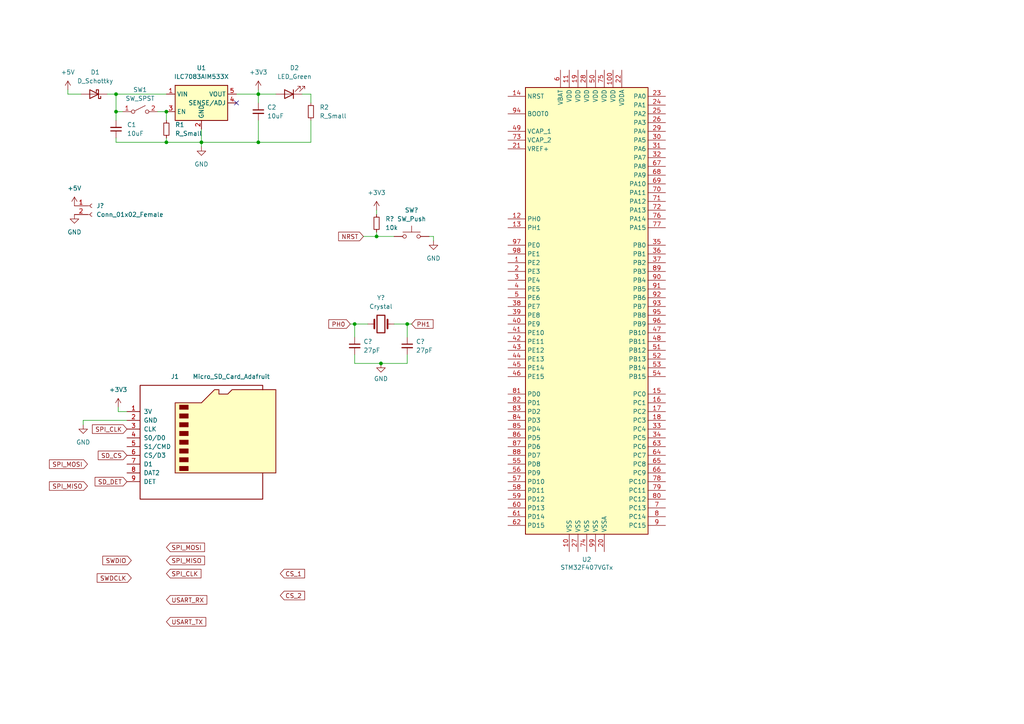
<source format=kicad_sch>
(kicad_sch (version 20211123) (generator eeschema)
  (paper "A4")
  (title_block (title "STM32 External Memory") (date "2021-08-31") (rev "1"))
  (lib_symbols
    (symbol "Connector:Conn_01x02_Female" (pin_names (offset 1.016) hide)
      (property "Reference" "J" (at 0 2.54 0))
      (property "Value" "Conn_01x02_Female" (at 0 -5.08 0))
      (symbol "Conn_01x02_Female_1_1"
        (arc (start 0 -2.032) (mid -0.508 -2.54) (end 0 -3.048) (stroke (width 0.1524)))
        (polyline (pts (xy -1.27 -2.54) (xy -0.508 -2.54)) (stroke (width 0.1524)))
        (polyline (pts (xy -1.27 0) (xy -0.508 0)) (stroke (width 0.1524)))
        (arc (start 0 0.508) (mid -0.508 0) (end 0 -0.508) (stroke (width 0.1524)))
        (pin passive line (at -5.08 0 0) (length 3.81) (name "Pin_1") (number "1"))
        (pin passive line (at -5.08 -2.54 0) (length 3.81) (name "Pin_2") (number "2"))
      )
    )
    (symbol "Device:C_Small" (pin_numbers hide) (pin_names (offset 0.254) hide)
      (property "Reference" "C" (at 0.254 1.778 0))
      (property "Value" "C_Small" (at 0.254 -2.032 0))
      (symbol "C_Small_0_1"
        (polyline (pts (xy -1.524 -0.508) (xy 1.524 -0.508)) (stroke (width 0.3302)))
        (polyline (pts (xy -1.524 0.508) (xy 1.524 0.508)) (stroke (width 0.3048)))
      )
      (symbol "C_Small_1_1"
        (pin passive line (at 0 2.54 270) (length 2.032) (name "~") (number "1"))
        (pin passive line (at 0 -2.54 90) (length 2.032) (name "~") (number "2"))
      )
    )
    (symbol "Device:Crystal" (pin_numbers hide) (pin_names (offset 1.016) hide)
      (property "Reference" "Y" (at 0 3.81 0))
      (property "Value" "Crystal" (at 0 -3.81 0))
      (symbol "Crystal_0_1"
        (rectangle (start -1.143 2.54) (end 1.143 -2.54) (stroke (width 0.3048)))
        (polyline (pts (xy -2.54 0) (xy -1.905 0)))
        (polyline (pts (xy -1.905 -1.27) (xy -1.905 1.27)) (stroke (width 0.508)))
        (polyline (pts (xy 1.905 -1.27) (xy 1.905 1.27)) (stroke (width 0.508)))
        (polyline (pts (xy 2.54 0) (xy 1.905 0)))
      )
      (symbol "Crystal_1_1"
        (pin passive line (at -3.81 0 0) (length 1.27) (name "1") (number "1"))
        (pin passive line (at 3.81 0 180) (length 1.27) (name "2") (number "2"))
      )
    )
    (symbol "Device:D_Schottky" (pin_numbers hide) (pin_names (offset 1.016) hide)
      (property "Reference" "D" (at 0 2.54 0))
      (property "Value" "D_Schottky" (at 0 -2.54 0))
      (symbol "D_Schottky_0_1"
        (polyline (pts (xy 1.27 0) (xy -1.27 0)))
        (polyline (pts (xy 1.27 1.27) (xy 1.27 -1.27) (xy -1.27 0) (xy 1.27 1.27)) (stroke (width 0.254)))
        (polyline (pts (xy -1.905 0.635) (xy -1.905 1.27) (xy -1.27 1.27) (xy -1.27 -1.27) (xy -0.635 -1.27) (xy -0.635 -0.635)) (stroke (width 0.254)))
      )
      (symbol "D_Schottky_1_1"
        (pin passive line (at -3.81 0 0) (length 2.54) (name "K") (number "1"))
        (pin passive line (at 3.81 0 180) (length 2.54) (name "A") (number "2"))
      )
    )
    (symbol "Device:LED" (pin_numbers hide) (pin_names (offset 1.016) hide)
      (property "Reference" "D" (at 0 2.54 0))
      (property "Value" "LED" (at 0 -2.54 0))
      (symbol "LED_0_1"
        (polyline (pts (xy -1.27 -1.27) (xy -1.27 1.27)) (stroke (width 0.254)))
        (polyline (pts (xy -1.27 0) (xy 1.27 0)))
        (polyline (pts (xy 1.27 -1.27) (xy 1.27 1.27) (xy -1.27 0) (xy 1.27 -1.27)) (stroke (width 0.254)))
        (polyline (pts (xy -3.048 -0.762) (xy -4.572 -2.286) (xy -3.81 -2.286) (xy -4.572 -2.286) (xy -4.572 -1.524)))
        (polyline (pts (xy -1.778 -0.762) (xy -3.302 -2.286) (xy -2.54 -2.286) (xy -3.302 -2.286) (xy -3.302 -1.524)))
      )
      (symbol "LED_1_1"
        (pin passive line (at -3.81 0 0) (length 2.54) (name "K") (number "1"))
        (pin passive line (at 3.81 0 180) (length 2.54) (name "A") (number "2"))
      )
    )
    (symbol "Device:R_Small" (pin_numbers hide) (pin_names (offset 0.254) hide)
      (property "Reference" "R" (at 0.762 0.508 0))
      (property "Value" "R_Small" (at 0.762 -1.016 0))
      (symbol "R_Small_0_1"
        (rectangle (start -0.762 1.778) (end 0.762 -1.778) (stroke (width 0.2032)))
      )
      (symbol "R_Small_1_1"
        (pin passive line (at 0 2.54 270) (length 0.762) (name "~") (number "1"))
        (pin passive line (at 0 -2.54 90) (length 0.762) (name "~") (number "2"))
      )
    )
    (symbol "MCU_ST_STM32F4:STM32F407VGTx"
      (property "Reference" "U" (at -17.78 64.77 0))
      (property "Value" "STM32F407VGTx" (at 12.7 64.77 0))
      (symbol "STM32F407VGTx_0_1"
        (rectangle (start -17.78 -66.04) (end 17.78 63.5) (stroke (width 0.254)) (fill (type background)))
      )
      (symbol "STM32F407VGTx_1_1"
        (pin bidirectional line (at -22.86 12.7 0) (length 5.08) (name "PE2") (number "1"))
        (pin power_in line (at -5.08 -71.12 90) (length 5.08) (name "VSS") (number "10"))
        (pin power_in line (at 7.62 68.58 270) (length 5.08) (name "VDD") (number "100"))
        (pin power_in line (at -5.08 68.58 270) (length 5.08) (name "VDD") (number "11"))
        (pin input line (at -22.86 25.4 0) (length 5.08) (name "PH0") (number "12"))
        (pin input line (at -22.86 22.86 0) (length 5.08) (name "PH1") (number "13"))
        (pin input line (at -22.86 60.96 0) (length 5.08) (name "NRST") (number "14"))
        (pin bidirectional line (at 22.86 -25.4 180) (length 5.08) (name "PC0") (number "15"))
        (pin bidirectional line (at 22.86 -27.94 180) (length 5.08) (name "PC1") (number "16"))
        (pin bidirectional line (at 22.86 -30.48 180) (length 5.08) (name "PC2") (number "17"))
        (pin bidirectional line (at 22.86 -33.02 180) (length 5.08) (name "PC3") (number "18"))
        (pin power_in line (at -2.54 68.58 270) (length 5.08) (name "VDD") (number "19"))
        (pin bidirectional line (at -22.86 10.16 0) (length 5.08) (name "PE3") (number "2"))
        (pin power_in line (at 5.08 -71.12 90) (length 5.08) (name "VSSA") (number "20"))
        (pin power_in line (at -22.86 45.72 0) (length 5.08) (name "VREF+") (number "21"))
        (pin power_in line (at 10.16 68.58 270) (length 5.08) (name "VDDA") (number "22"))
        (pin bidirectional line (at 22.86 60.96 180) (length 5.08) (name "PA0") (number "23"))
        (pin bidirectional line (at 22.86 58.42 180) (length 5.08) (name "PA1") (number "24"))
        (pin bidirectional line (at 22.86 55.88 180) (length 5.08) (name "PA2") (number "25"))
        (pin bidirectional line (at 22.86 53.34 180) (length 5.08) (name "PA3") (number "26"))
        (pin power_in line (at -2.54 -71.12 90) (length 5.08) (name "VSS") (number "27"))
        (pin power_in line (at 0 68.58 270) (length 5.08) (name "VDD") (number "28"))
        (pin bidirectional line (at 22.86 50.8 180) (length 5.08) (name "PA4") (number "29"))
        (pin bidirectional line (at -22.86 7.62 0) (length 5.08) (name "PE4") (number "3"))
        (pin bidirectional line (at 22.86 48.26 180) (length 5.08) (name "PA5") (number "30"))
        (pin bidirectional line (at 22.86 45.72 180) (length 5.08) (name "PA6") (number "31"))
        (pin bidirectional line (at 22.86 43.18 180) (length 5.08) (name "PA7") (number "32"))
        (pin bidirectional line (at 22.86 -35.56 180) (length 5.08) (name "PC4") (number "33"))
        (pin bidirectional line (at 22.86 -38.1 180) (length 5.08) (name "PC5") (number "34"))
        (pin bidirectional line (at 22.86 17.78 180) (length 5.08) (name "PB0") (number "35"))
        (pin bidirectional line (at 22.86 15.24 180) (length 5.08) (name "PB1") (number "36"))
        (pin bidirectional line (at 22.86 12.7 180) (length 5.08) (name "PB2") (number "37"))
        (pin bidirectional line (at -22.86 0 0) (length 5.08) (name "PE7") (number "38"))
        (pin bidirectional line (at -22.86 -2.54 0) (length 5.08) (name "PE8") (number "39"))
        (pin bidirectional line (at -22.86 5.08 0) (length 5.08) (name "PE5") (number "4"))
        (pin bidirectional line (at -22.86 -5.08 0) (length 5.08) (name "PE9") (number "40"))
        (pin bidirectional line (at -22.86 -7.62 0) (length 5.08) (name "PE10") (number "41"))
        (pin bidirectional line (at -22.86 -10.16 0) (length 5.08) (name "PE11") (number "42"))
        (pin bidirectional line (at -22.86 -12.7 0) (length 5.08) (name "PE12") (number "43"))
        (pin bidirectional line (at -22.86 -15.24 0) (length 5.08) (name "PE13") (number "44"))
        (pin bidirectional line (at -22.86 -17.78 0) (length 5.08) (name "PE14") (number "45"))
        (pin bidirectional line (at -22.86 -20.32 0) (length 5.08) (name "PE15") (number "46"))
        (pin bidirectional line (at 22.86 -7.62 180) (length 5.08) (name "PB10") (number "47"))
        (pin bidirectional line (at 22.86 -10.16 180) (length 5.08) (name "PB11") (number "48"))
        (pin power_in line (at -22.86 50.8 0) (length 5.08) (name "VCAP_1") (number "49"))
        (pin bidirectional line (at -22.86 2.54 0) (length 5.08) (name "PE6") (number "5"))
        (pin power_in line (at 2.54 68.58 270) (length 5.08) (name "VDD") (number "50"))
        (pin bidirectional line (at 22.86 -12.7 180) (length 5.08) (name "PB12") (number "51"))
        (pin bidirectional line (at 22.86 -15.24 180) (length 5.08) (name "PB13") (number "52"))
        (pin bidirectional line (at 22.86 -17.78 180) (length 5.08) (name "PB14") (number "53"))
        (pin bidirectional line (at 22.86 -20.32 180) (length 5.08) (name "PB15") (number "54"))
        (pin bidirectional line (at -22.86 -45.72 0) (length 5.08) (name "PD8") (number "55"))
        (pin bidirectional line (at -22.86 -48.26 0) (length 5.08) (name "PD9") (number "56"))
        (pin bidirectional line (at -22.86 -50.8 0) (length 5.08) (name "PD10") (number "57"))
        (pin bidirectional line (at -22.86 -53.34 0) (length 5.08) (name "PD11") (number "58"))
        (pin bidirectional line (at -22.86 -55.88 0) (length 5.08) (name "PD12") (number "59"))
        (pin power_in line (at -7.62 68.58 270) (length 5.08) (name "VBAT") (number "6"))
        (pin bidirectional line (at -22.86 -58.42 0) (length 5.08) (name "PD13") (number "60"))
        (pin bidirectional line (at -22.86 -60.96 0) (length 5.08) (name "PD14") (number "61"))
        (pin bidirectional line (at -22.86 -63.5 0) (length 5.08) (name "PD15") (number "62"))
        (pin bidirectional line (at 22.86 -40.64 180) (length 5.08) (name "PC6") (number "63"))
        (pin bidirectional line (at 22.86 -43.18 180) (length 5.08) (name "PC7") (number "64"))
        (pin bidirectional line (at 22.86 -45.72 180) (length 5.08) (name "PC8") (number "65"))
        (pin bidirectional line (at 22.86 -48.26 180) (length 5.08) (name "PC9") (number "66"))
        (pin bidirectional line (at 22.86 40.64 180) (length 5.08) (name "PA8") (number "67"))
        (pin bidirectional line (at 22.86 38.1 180) (length 5.08) (name "PA9") (number "68"))
        (pin bidirectional line (at 22.86 35.56 180) (length 5.08) (name "PA10") (number "69"))
        (pin bidirectional line (at 22.86 -58.42 180) (length 5.08) (name "PC13") (number "7"))
        (pin bidirectional line (at 22.86 33.02 180) (length 5.08) (name "PA11") (number "70"))
        (pin bidirectional line (at 22.86 30.48 180) (length 5.08) (name "PA12") (number "71"))
        (pin bidirectional line (at 22.86 27.94 180) (length 5.08) (name "PA13") (number "72"))
        (pin power_in line (at -22.86 48.26 0) (length 5.08) (name "VCAP_2") (number "73"))
        (pin power_in line (at 0 -71.12 90) (length 5.08) (name "VSS") (number "74"))
        (pin power_in line (at 5.08 68.58 270) (length 5.08) (name "VDD") (number "75"))
        (pin bidirectional line (at 22.86 25.4 180) (length 5.08) (name "PA14") (number "76"))
        (pin bidirectional line (at 22.86 22.86 180) (length 5.08) (name "PA15") (number "77"))
        (pin bidirectional line (at 22.86 -50.8 180) (length 5.08) (name "PC10") (number "78"))
        (pin bidirectional line (at 22.86 -53.34 180) (length 5.08) (name "PC11") (number "79"))
        (pin bidirectional line (at 22.86 -60.96 180) (length 5.08) (name "PC14") (number "8"))
        (pin bidirectional line (at 22.86 -55.88 180) (length 5.08) (name "PC12") (number "80"))
        (pin bidirectional line (at -22.86 -25.4 0) (length 5.08) (name "PD0") (number "81"))
        (pin bidirectional line (at -22.86 -27.94 0) (length 5.08) (name "PD1") (number "82"))
        (pin bidirectional line (at -22.86 -30.48 0) (length 5.08) (name "PD2") (number "83"))
        (pin bidirectional line (at -22.86 -33.02 0) (length 5.08) (name "PD3") (number "84"))
        (pin bidirectional line (at -22.86 -35.56 0) (length 5.08) (name "PD4") (number "85"))
        (pin bidirectional line (at -22.86 -38.1 0) (length 5.08) (name "PD5") (number "86"))
        (pin bidirectional line (at -22.86 -40.64 0) (length 5.08) (name "PD6") (number "87"))
        (pin bidirectional line (at -22.86 -43.18 0) (length 5.08) (name "PD7") (number "88"))
        (pin bidirectional line (at 22.86 10.16 180) (length 5.08) (name "PB3") (number "89"))
        (pin bidirectional line (at 22.86 -63.5 180) (length 5.08) (name "PC15") (number "9"))
        (pin bidirectional line (at 22.86 7.62 180) (length 5.08) (name "PB4") (number "90"))
        (pin bidirectional line (at 22.86 5.08 180) (length 5.08) (name "PB5") (number "91"))
        (pin bidirectional line (at 22.86 2.54 180) (length 5.08) (name "PB6") (number "92"))
        (pin bidirectional line (at 22.86 0 180) (length 5.08) (name "PB7") (number "93"))
        (pin input line (at -22.86 55.88 0) (length 5.08) (name "BOOT0") (number "94"))
        (pin bidirectional line (at 22.86 -2.54 180) (length 5.08) (name "PB8") (number "95"))
        (pin bidirectional line (at 22.86 -5.08 180) (length 5.08) (name "PB9") (number "96"))
        (pin bidirectional line (at -22.86 17.78 0) (length 5.08) (name "PE0") (number "97"))
        (pin bidirectional line (at -22.86 15.24 0) (length 5.08) (name "PE1") (number "98"))
        (pin power_in line (at 2.54 -71.12 90) (length 5.08) (name "VSS") (number "99"))
      )
    )
    (symbol "Regulator_Linear:ADP7142AUJZ-2.5"
      (property "Reference" "U" (at 0 8.89 0))
      (property "Value" "ADP7142AUJZ-2.5" (at 0 6.35 0))
      (symbol "ADP7142AUJZ-2.5_0_1"
        (rectangle (start -7.62 5.08) (end 7.62 -5.08) (stroke (width 0.254)) (fill (type background)))
      )
      (symbol "ADP7142AUJZ-2.5_1_1"
        (pin power_in line (at -10.16 2.54 0) (length 2.54) (name "VIN") (number "1"))
        (pin power_in line (at 0 -7.62 90) (length 2.54) (name "GND") (number "2"))
        (pin input line (at -10.16 -2.54 0) (length 2.54) (name "EN") (number "3"))
        (pin input line (at 10.16 0 180) (length 2.54) (name "SENSE/ADJ") (number "4"))
        (pin power_out line (at 10.16 2.54 180) (length 2.54) (name "VOUT") (number "5"))
      )
    )
    (symbol "Switch:SW_Push" (pin_numbers hide) (pin_names (offset 1.016) hide)
      (property "Reference" "SW" (at 1.27 2.54 0))
      (property "Value" "SW_Push" (at 0 -1.524 0))
      (symbol "SW_Push_0_1"
        (circle (center -2.032 0) (radius 0.508))
        (polyline (pts (xy 0 1.27) (xy 0 3.048)))
        (polyline (pts (xy 2.54 1.27) (xy -2.54 1.27)))
        (circle (center 2.032 0) (radius 0.508))
        (pin passive line (at -5.08 0 0) (length 2.54) (name "1") (number "1"))
        (pin passive line (at 5.08 0 180) (length 2.54) (name "2") (number "2"))
      )
    )
    (symbol "Switch:SW_SPST" (pin_names (offset 0) hide)
      (property "Reference" "SW" (at 0 3.175 0))
      (property "Value" "SW_SPST" (at 0 -2.54 0))
      (symbol "SW_SPST_0_0"
        (circle (center -2.032 0) (radius 0.508))
        (polyline (pts (xy -1.524 0.254) (xy 1.524 1.778)))
        (circle (center 2.032 0) (radius 0.508))
      )
      (symbol "SW_SPST_1_1"
        (pin passive line (at -5.08 0 0) (length 2.54) (name "A") (number "1"))
        (pin passive line (at 5.08 0 180) (length 2.54) (name "B") (number "2"))
      )
    )
    (symbol "micro_sd_card_adafruit:Micro_SD_Card_Adafruit" (pin_names (offset 1.016))
      (property "Reference" "J" (at -16.51 17.78 0))
      (property "Value" "Micro_SD_Card_Adafruit" (at 16.51 17.78 0))
      (symbol "Micro_SD_Card_Adafruit_0_1"
        (rectangle (start -7.62 -6.985) (end -5.08 -8.255) (fill (type outline)))
        (rectangle (start -7.62 -4.445) (end -5.08 -5.715) (fill (type outline)))
        (rectangle (start -7.62 -1.905) (end -5.08 -3.175) (fill (type outline)))
        (rectangle (start -7.62 0.635) (end -5.08 -0.635) (fill (type outline)))
        (rectangle (start -7.62 3.175) (end -5.08 1.905) (fill (type outline)))
        (rectangle (start -7.62 5.715) (end -5.08 4.445) (fill (type outline)))
        (rectangle (start -7.62 8.255) (end -5.08 6.985) (fill (type outline)))
        (rectangle (start -7.62 10.795) (end -5.08 9.525) (fill (type outline)))
        (polyline (pts (xy 16.51 15.24) (xy 16.51 16.51) (xy -19.05 16.51) (xy -19.05 -16.51) (xy 16.51 -16.51) (xy 16.51 -8.89)) (stroke (width 0.254)))
        (polyline (pts (xy -8.89 -8.89) (xy -8.89 11.43) (xy -1.27 11.43) (xy 2.54 15.24) (xy 3.81 15.24) (xy 3.81 13.97) (xy 6.35 13.97) (xy 7.62 15.24) (xy 20.32 15.24) (xy 20.32 -8.89) (xy -8.89 -8.89)) (stroke (width 0.254)) (fill (type background)))
      )
      (symbol "Micro_SD_Card_Adafruit_1_1"
        (pin power_in line (at -22.86 8.89 0) (length 3.81) (name "3V") (number "1"))
        (pin power_in line (at -22.86 6.35 0) (length 3.81) (name "GND") (number "2"))
        (pin input line (at -22.86 3.81 0) (length 3.81) (name "CLK") (number "3"))
        (pin output line (at -22.86 1.27 0) (length 3.81) (name "S0/D0") (number "4"))
        (pin input line (at -22.86 -1.27 0) (length 3.81) (name "S1/CMD") (number "5"))
        (pin input line (at -22.86 -3.81 0) (length 3.81) (name "CS/D3") (number "6"))
        (pin input line (at -22.86 -6.35 0) (length 3.81) (name "D1") (number "7"))
        (pin input line (at -22.86 -8.89 0) (length 3.81) (name "DAT2") (number "8"))
        (pin output line (at -22.86 -11.43 0) (length 3.81) (name "DET") (number "9"))
      )
    )
    (symbol "power:+3V3" (power) (pin_names (offset 0))
      (property "Value" "+3V3" (at 0 3.556 0))
      (symbol "+3V3_0_1"
        (polyline (pts (xy -0.762 1.27) (xy 0 2.54)))
        (polyline (pts (xy 0 0) (xy 0 2.54)))
        (polyline (pts (xy 0 2.54) (xy 0.762 1.27)))
      )
      (symbol "+3V3_1_1"
        (pin power_in line (at 0 0 90) (length 0) hide (name "+3V3") (number "1"))
      )
    )
    (symbol "power:+5V" (power) (pin_names (offset 0))
      (property "Value" "+5V" (at 0 3.556 0))
      (symbol "+5V_0_1"
        (polyline (pts (xy -0.762 1.27) (xy 0 2.54)))
        (polyline (pts (xy 0 0) (xy 0 2.54)))
        (polyline (pts (xy 0 2.54) (xy 0.762 1.27)))
      )
      (symbol "+5V_1_1"
        (pin power_in line (at 0 0 90) (length 0) hide (name "+5V") (number "1"))
      )
    )
    (symbol "power:GND" (power) (pin_names (offset 0))
      (property "Value" "GND" (at 0 -3.81 0))
      (symbol "GND_0_1"
        (polyline (pts (xy 0 0) (xy 0 -1.27) (xy 1.27 -1.27) (xy 0 -2.54) (xy -1.27 -1.27) (xy 0 -1.27)))
      )
      (symbol "GND_1_1"
        (pin power_in line (at 0 0 270) (length 0) hide (name "GND") (number "1"))
      )
    )
  )
  (junction (at 109.22 68.58))
  (junction (at 118.11 93.98))
  (junction (at 58.42 41.275))
  (junction (at 110.49 105.41))
  (junction (at 74.93 27.305))
  (junction (at 48.26 41.275))
  (junction (at 48.26 32.385))
  (junction (at 102.87 93.98))
  (junction (at 33.655 27.305))
  (junction (at 74.93 41.275))
  (junction (at 33.655 32.385))
  (no_connect (at 68.58 29.845))
  (wire (pts (xy 109.22 68.58) (xy 114.3 68.58)))
  (wire (pts (xy 102.87 102.87) (xy 102.87 105.41)))
  (wire (pts (xy 68.58 27.305) (xy 74.93 27.305)))
  (wire (pts (xy 90.17 27.305) (xy 87.63 27.305)))
  (wire (pts (xy 109.22 60.96) (xy 109.22 62.23)))
  (wire (pts (xy 19.685 26.035) (xy 19.685 27.305)))
  (wire (pts (xy 58.42 41.275) (xy 58.42 42.545)))
  (wire (pts (xy 74.93 34.925) (xy 74.93 41.275)))
  (wire (pts (xy 125.73 68.58) (xy 125.73 69.85)))
  (wire (pts (xy 24.13 121.92) (xy 36.83 121.92)))
  (wire (pts (xy 34.29 119.38) (xy 34.29 118.11)))
  (wire (pts (xy 35.56 32.385) (xy 33.655 32.385)))
  (wire (pts (xy 118.11 105.41) (xy 110.49 105.41)))
  (wire (pts (xy 74.93 26.035) (xy 74.93 27.305)))
  (wire (pts (xy 19.685 27.305) (xy 23.495 27.305)))
  (wire (pts (xy 48.26 32.385) (xy 48.26 34.925)))
  (wire (pts (xy 118.11 102.87) (xy 118.11 105.41)))
  (wire (pts (xy 74.93 41.275) (xy 90.17 41.275)))
  (wire (pts (xy 102.87 93.98) (xy 106.68 93.98)))
  (wire (pts (xy 33.655 32.385) (xy 33.655 34.925)))
  (wire (pts (xy 36.83 119.38) (xy 34.29 119.38)))
  (wire (pts (xy 58.42 41.275) (xy 74.93 41.275)))
  (wire (pts (xy 74.93 27.305) (xy 80.01 27.305)))
  (wire (pts (xy 90.17 34.925) (xy 90.17 41.275)))
  (wire (pts (xy 74.93 27.305) (xy 74.93 29.845)))
  (wire (pts (xy 105.41 68.58) (xy 109.22 68.58)))
  (wire (pts (xy 48.26 41.275) (xy 58.42 41.275)))
  (wire (pts (xy 124.46 68.58) (xy 125.73 68.58)))
  (wire (pts (xy 102.87 105.41) (xy 110.49 105.41)))
  (wire (pts (xy 31.115 27.305) (xy 33.655 27.305)))
  (wire (pts (xy 33.655 27.305) (xy 48.26 27.305)))
  (wire (pts (xy 48.26 40.005) (xy 48.26 41.275)))
  (wire (pts (xy 118.11 93.98) (xy 119.38 93.98)))
  (wire (pts (xy 24.13 123.19) (xy 24.13 121.92)))
  (wire (pts (xy 109.22 67.31) (xy 109.22 68.58)))
  (wire (pts (xy 90.17 29.845) (xy 90.17 27.305)))
  (wire (pts (xy 101.6 93.98) (xy 102.87 93.98)))
  (wire (pts (xy 33.655 41.275) (xy 48.26 41.275)))
  (wire (pts (xy 114.3 93.98) (xy 118.11 93.98)))
  (wire (pts (xy 58.42 37.465) (xy 58.42 41.275)))
  (wire (pts (xy 33.655 32.385) (xy 33.655 27.305)))
  (wire (pts (xy 33.655 40.005) (xy 33.655 41.275)))
  (wire (pts (xy 118.11 93.98) (xy 118.11 97.79)))
  (wire (pts (xy 102.87 93.98) (xy 102.87 97.79)))
  (wire (pts (xy 45.72 32.385) (xy 48.26 32.385)))
  (global_label "SPI_MOSI" (shape input) (at 25.4 134.62 180) (property "Intersheet References" "${INTERSHEET_REFS}" (effects hide)))
  (global_label "SD_DET" (shape input) (at 36.83 139.7 180) (property "Intersheet References" "${INTERSHEET_REFS}" (effects hide)))
  (global_label "NRST" (shape input) (at 105.41 68.58 180) (property "Intersheet References" "${INTERSHEET_REFS}" (effects hide)))
  (global_label "PH0" (shape input) (at 101.6 93.98 180) (property "Intersheet References" "${INTERSHEET_REFS}" (effects hide)))
  (global_label "CS_2" (shape input) (at 81.28 172.72 0) (property "Intersheet References" "${INTERSHEET_REFS}" (effects hide)))
  (global_label "SWDCLK" (shape input) (at 38.1 167.64 180) (property "Intersheet References" "${INTERSHEET_REFS}" (effects hide)))
  (global_label "SPI_MISO" (shape input) (at 25.4 140.97 180) (property "Intersheet References" "${INTERSHEET_REFS}" (effects hide)))
  (global_label "PH1" (shape input) (at 119.38 93.98 0) (property "Intersheet References" "${INTERSHEET_REFS}" (effects hide)))
  (global_label "SPI_CLK" (shape input) (at 36.83 124.46 180) (property "Intersheet References" "${INTERSHEET_REFS}" (effects hide)))
  (global_label "USART_RX" (shape input) (at 48.26 173.99 0) (property "Intersheet References" "${INTERSHEET_REFS}" (effects hide)))
  (global_label "SPI_MOSI" (shape input) (at 48.26 158.75 0) (property "Intersheet References" "${INTERSHEET_REFS}" (effects hide)))
  (global_label "SPI_CLK" (shape input) (at 48.26 166.37 0) (property "Intersheet References" "${INTERSHEET_REFS}" (effects hide)))
  (global_label "SWDIO" (shape input) (at 38.1 162.56 180) (property "Intersheet References" "${INTERSHEET_REFS}" (effects hide)))
  (global_label "CS_1" (shape input) (at 81.28 166.37 0) (property "Intersheet References" "${INTERSHEET_REFS}" (effects hide)))
  (global_label "SPI_MISO" (shape input) (at 48.26 162.56 0) (property "Intersheet References" "${INTERSHEET_REFS}" (effects hide)))
  (global_label "SD_CS" (shape input) (at 36.83 132.08 180) (property "Intersheet References" "${INTERSHEET_REFS}" (effects hide)))
  (global_label "USART_TX" (shape input) (at 48.26 180.34 0) (property "Intersheet References" "${INTERSHEET_REFS}" (effects hide)))
  (symbol (lib_id "MCU_ST_STM32F4:STM32F407VGTx") (at 170.18 88.9 0) (unit 1)
    (property "Reference" "U2" (at 170.18 162.2806 0))
    (property "Value" "STM32F407VGTx" (at 170.18 164.592 0))
    (property "Footprint" "Package_QFP:LQFP-100_14x14mm_P0.5mm" (effects hide))
    (property "Datasheet" "http://www.st.com/st-web-ui/static/active/en/resource/technical/document/datasheet/DM00037051.pdf" (effects hide))
  )
  (symbol (lib_id "micro_sd_card_adafruit:Micro_SD_Card_Adafruit") (at 59.69 128.27 0) (unit 1)
    (property "Reference" "J1" (at 49.53 109.22 0) (effects (justify left)))
    (property "Value" "Micro_SD_Card_Adafruit" (at 55.88 109.22 0) (effects (justify left)))
    (property "Datasheet" "https://www.hirose.com/product/en/download_file/key_name/DM3/category/Catalog/doc_file_id/49662/?file_category_id=4&item_id=195&is_series=1" (effects hide))
  )
  (symbol (lib_id "Device:C_Small") (at 74.93 32.385 0) (unit 1)
    (property "Reference" "C2" (at 77.47 31.1212 0) (effects (justify left)))
    (property "Value" "10uF" (at 77.47 33.6612 0) (effects (justify left)))
  )
  (symbol (lib_id "power:GND") (at 21.59 62.23 0) (unit 1)
    (property "Reference" "#PWR?" (effects hide))
    (property "Value" "GND" (at 21.59 67.31 0))
  )
  (symbol (lib_id "power:+5V") (at 19.685 26.035 0) (unit 1)
    (property "Reference" "#PWR0101" (effects hide))
    (property "Value" "+5V" (at 19.685 20.955 0))
  )
  (symbol (lib_id "Device:C_Small") (at 118.11 100.33 0) (unit 1)
    (property "Reference" "C?" (at 120.65 99.0662 0) (effects (justify left)))
    (property "Value" "27pF" (at 120.65 101.6062 0) (effects (justify left)))
  )
  (symbol (lib_id "power:GND") (at 24.13 123.19 0) (unit 1)
    (property "Reference" "#PWR?" (effects hide))
    (property "Value" "GND" (at 24.13 128.27 0))
  )
  (symbol (lib_id "Device:Crystal") (at 110.49 93.98 0) (unit 1)
    (property "Reference" "Y?" (at 110.49 86.36 0))
    (property "Value" "Crystal" (at 110.49 88.9 0))
  )
  (symbol (lib_id "power:+3V3") (at 34.29 118.11 0) (unit 1)
    (property "Reference" "#PWR?" (effects hide))
    (property "Value" "+3V3" (at 34.29 113.03 0))
  )
  (symbol (lib_id "power:+3V3") (at 109.22 60.96 0) (unit 1)
    (property "Reference" "#PWR?" (effects hide))
    (property "Value" "+3V3" (at 109.22 55.88 0))
  )
  (symbol (lib_id "Switch:SW_Push") (at 119.38 68.58 0) (unit 1)
    (property "Reference" "SW?" (at 119.38 60.96 0))
    (property "Value" "SW_Push" (at 119.38 63.5 0))
  )
  (symbol (lib_id "power:+5V") (at 21.59 59.69 0) (unit 1)
    (property "Reference" "#PWR?" (effects hide))
    (property "Value" "+5V" (at 21.59 54.61 0))
  )
  (symbol (lib_id "power:GND") (at 125.73 69.85 0) (unit 1)
    (property "Reference" "#PWR?" (effects hide))
    (property "Value" "GND" (at 125.73 74.93 0))
  )
  (symbol (lib_id "power:GND") (at 58.42 42.545 0) (unit 1)
    (property "Reference" "#PWR0102" (effects hide))
    (property "Value" "GND" (at 58.42 47.625 0))
  )
  (symbol (lib_id "Device:C_Small") (at 102.87 100.33 0) (unit 1)
    (property "Reference" "C?" (at 105.41 99.0662 0) (effects (justify left)))
    (property "Value" "27pF" (at 105.41 101.6062 0) (effects (justify left)))
  )
  (symbol (lib_id "Regulator_Linear:ADP7142AUJZ-2.5") (at 58.42 29.845 0) (unit 1)
    (property "Reference" "U1" (at 58.42 19.685 0))
    (property "Value" "ILC7083AIM533X" (at 58.42 22.225 0))
    (property "Footprint" "Package_TO_SOT_SMD:TSOT-23-5" (effects hide))
    (property "Datasheet" "https://www.digikey.com/en/products/detail/fairchild-semiconductor/ILC7083AIM533X/12110288" (effects hide))
  )
  (symbol (lib_id "Device:R_Small") (at 109.22 64.77 0) (unit 1)
    (property "Reference" "R?" (at 111.76 63.4999 0) (effects (justify left)))
    (property "Value" "10k" (at 111.76 66.0399 0) (effects (justify left)))
  )
  (symbol (lib_id "Device:D_Schottky") (at 27.305 27.305 180) (unit 1)
    (property "Reference" "D1" (at 27.6225 20.955 0))
    (property "Value" "D_Schottky" (at 27.6225 23.495 0))
  )
  (symbol (lib_id "Device:R_Small") (at 90.17 32.385 0) (unit 1)
    (property "Reference" "R2" (at 92.71 31.1149 0) (effects (justify left)))
    (property "Value" "R_Small" (at 92.71 33.6549 0) (effects (justify left)))
  )
  (symbol (lib_id "Connector:Conn_01x02_Female") (at 26.67 59.69 0) (unit 1)
    (property "Reference" "J?" (at 27.94 59.6899 0) (effects (justify left)))
    (property "Value" "Conn_01x02_Female" (at 27.94 62.2299 0) (effects (justify left)))
  )
  (symbol (lib_id "Device:C_Small") (at 33.655 37.465 180) (unit 1)
    (property "Reference" "C1" (at 36.83 36.1885 0) (effects (justify right)))
    (property "Value" "10uF" (at 36.83 38.7285 0) (effects (justify right)))
  )
  (symbol (lib_id "Device:R_Small") (at 48.26 37.465 0) (unit 1)
    (property "Reference" "R1" (at 50.8 36.1949 0) (effects (justify left)))
    (property "Value" "R_Small" (at 50.8 38.7349 0) (effects (justify left)))
  )
  (symbol (lib_id "power:GND") (at 110.49 105.41 0) (unit 1)
    (property "Reference" "#PWR?" (effects hide))
    (property "Value" "GND" (at 110.49 109.855 0))
  )
  (symbol (lib_id "Switch:SW_SPST") (at 40.64 32.385 0) (unit 1)
    (property "Reference" "SW1" (at 40.64 26.035 0))
    (property "Value" "SW_SPST" (at 40.64 28.575 0))
  )
  (symbol (lib_id "Device:LED") (at 83.82 27.305 180) (unit 1)
    (property "Reference" "D2" (at 85.4075 19.685 0))
    (property "Value" "LED_Green" (at 85.4075 22.225 0))
  )
  (symbol (lib_id "power:+3V3") (at 74.93 26.035 0) (unit 1)
    (property "Reference" "#PWR0103" (effects hide))
    (property "Value" "+3V3" (at 74.93 20.955 0))
  )
)
</source>
